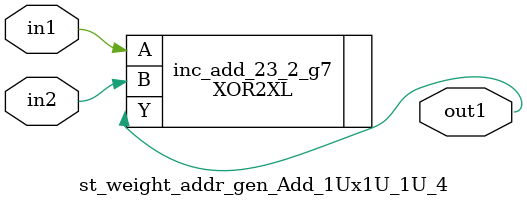
<source format=v>
`timescale 1ps / 1ps


module st_weight_addr_gen_Add_1Ux1U_1U_4(in2, in1, out1);
  input in2, in1;
  output out1;
  wire in2, in1;
  wire out1;
  XOR2XL inc_add_23_2_g7(.A (in1), .B (in2), .Y (out1));
endmodule



</source>
